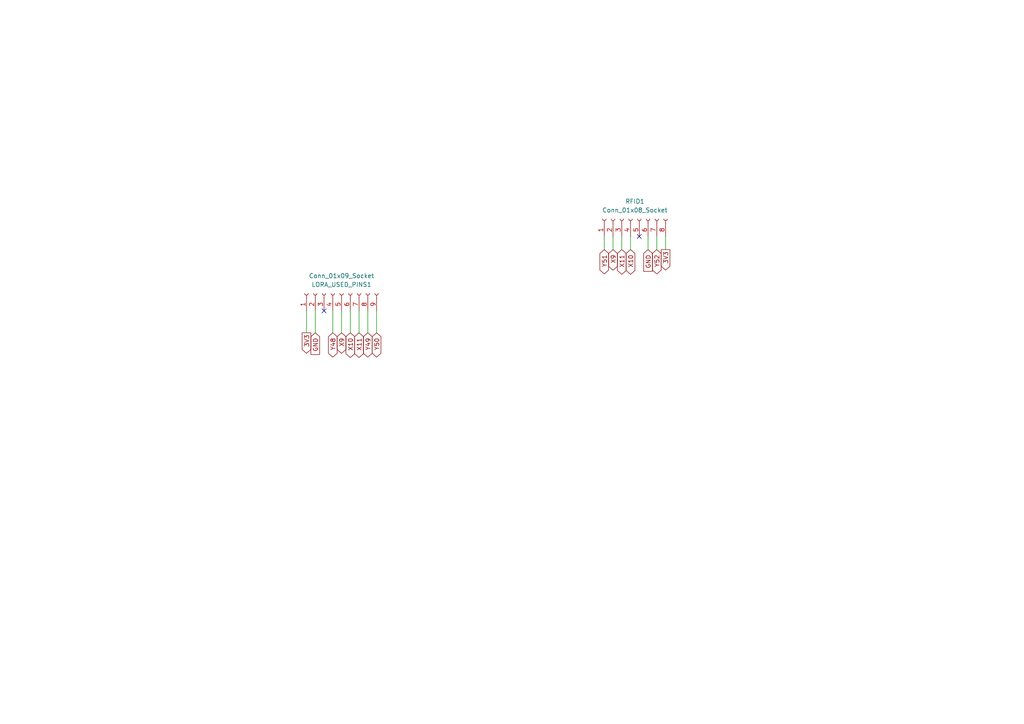
<source format=kicad_sch>
(kicad_sch (version 20231120) (generator "eeschema") (generator_version "8.0")
  (paper "A4")
  (lib_symbols
    (symbol "Connector:Conn_01x08_Socket" (pin_names (offset 1.016) hide)
      (property "Reference" "J" (at 0 10.16 0))
      (property "Value" "Conn_01x08_Socket" (at 0 -12.7 0))
      (symbol "Conn_01x08_Socket_1_1"
        (arc (start 0 -9.652) (mid -0.5058 -10.16) (end 0 -10.668) (stroke (width 0.1524)))
        (arc (start 0 -7.112) (mid -0.5058 -7.62) (end 0 -8.128) (stroke (width 0.1524)))
        (arc (start 0 -4.572) (mid -0.5058 -5.08) (end 0 -5.588) (stroke (width 0.1524)))
        (arc (start 0 -2.032) (mid -0.5058 -2.54) (end 0 -3.048) (stroke (width 0.1524)))
        (polyline (pts (xy -1.27 -10.16) (xy -0.508 -10.16)) (stroke (width 0.1524)))
        (polyline (pts (xy -1.27 -7.62) (xy -0.508 -7.62)) (stroke (width 0.1524)))
        (polyline (pts (xy -1.27 -5.08) (xy -0.508 -5.08)) (stroke (width 0.1524)))
        (polyline (pts (xy -1.27 -2.54) (xy -0.508 -2.54)) (stroke (width 0.1524)))
        (polyline (pts (xy -1.27 0) (xy -0.508 0)) (stroke (width 0.1524)))
        (polyline (pts (xy -1.27 2.54) (xy -0.508 2.54)) (stroke (width 0.1524)))
        (polyline (pts (xy -1.27 5.08) (xy -0.508 5.08)) (stroke (width 0.1524)))
        (polyline (pts (xy -1.27 7.62) (xy -0.508 7.62)) (stroke (width 0.1524)))
        (arc (start 0 0.508) (mid -0.5058 0) (end 0 -0.508) (stroke (width 0.1524)))
        (arc (start 0 3.048) (mid -0.5058 2.54) (end 0 2.032) (stroke (width 0.1524)))
        (arc (start 0 5.588) (mid -0.5058 5.08) (end 0 4.572) (stroke (width 0.1524)))
        (arc (start 0 8.128) (mid -0.5058 7.62) (end 0 7.112) (stroke (width 0.1524)))
        (pin passive line (at -5.08 7.62 0) (length 3.81) (name "Pin_1") (number "1"))
        (pin passive line (at -5.08 5.08 0) (length 3.81) (name "Pin_2") (number "2"))
        (pin passive line (at -5.08 2.54 0) (length 3.81) (name "Pin_3") (number "3"))
        (pin passive line (at -5.08 0 0) (length 3.81) (name "Pin_4") (number "4"))
        (pin passive line (at -5.08 -2.54 0) (length 3.81) (name "Pin_5") (number "5"))
        (pin passive line (at -5.08 -5.08 0) (length 3.81) (name "Pin_6") (number "6"))
        (pin passive line (at -5.08 -7.62 0) (length 3.81) (name "Pin_7") (number "7"))
        (pin passive line (at -5.08 -10.16 0) (length 3.81) (name "Pin_8") (number "8"))
      )
    )
    (symbol "Connector:Conn_01x09_Socket" (pin_names (offset 1.016) hide)
      (property "Reference" "J" (at 0 12.7 0))
      (property "Value" "Conn_01x09_Socket" (at 0 -12.7 0))
      (symbol "Conn_01x09_Socket_1_1"
        (arc (start 0 -9.652) (mid -0.5058 -10.16) (end 0 -10.668) (stroke (width 0.1524)))
        (arc (start 0 -7.112) (mid -0.5058 -7.62) (end 0 -8.128) (stroke (width 0.1524)))
        (arc (start 0 -4.572) (mid -0.5058 -5.08) (end 0 -5.588) (stroke (width 0.1524)))
        (arc (start 0 -2.032) (mid -0.5058 -2.54) (end 0 -3.048) (stroke (width 0.1524)))
        (polyline (pts (xy -1.27 -10.16) (xy -0.508 -10.16)) (stroke (width 0.1524)))
        (polyline (pts (xy -1.27 -7.62) (xy -0.508 -7.62)) (stroke (width 0.1524)))
        (polyline (pts (xy -1.27 -5.08) (xy -0.508 -5.08)) (stroke (width 0.1524)))
        (polyline (pts (xy -1.27 -2.54) (xy -0.508 -2.54)) (stroke (width 0.1524)))
        (polyline (pts (xy -1.27 0) (xy -0.508 0)) (stroke (width 0.1524)))
        (polyline (pts (xy -1.27 2.54) (xy -0.508 2.54)) (stroke (width 0.1524)))
        (polyline (pts (xy -1.27 5.08) (xy -0.508 5.08)) (stroke (width 0.1524)))
        (polyline (pts (xy -1.27 7.62) (xy -0.508 7.62)) (stroke (width 0.1524)))
        (polyline (pts (xy -1.27 10.16) (xy -0.508 10.16)) (stroke (width 0.1524)))
        (arc (start 0 0.508) (mid -0.5058 0) (end 0 -0.508) (stroke (width 0.1524)))
        (arc (start 0 3.048) (mid -0.5058 2.54) (end 0 2.032) (stroke (width 0.1524)))
        (arc (start 0 5.588) (mid -0.5058 5.08) (end 0 4.572) (stroke (width 0.1524)))
        (arc (start 0 8.128) (mid -0.5058 7.62) (end 0 7.112) (stroke (width 0.1524)))
        (arc (start 0 10.668) (mid -0.5058 10.16) (end 0 9.652) (stroke (width 0.1524)))
        (pin passive line (at -5.08 10.16 0) (length 3.81) (name "Pin_1") (number "1"))
        (pin passive line (at -5.08 7.62 0) (length 3.81) (name "Pin_2") (number "2"))
        (pin passive line (at -5.08 5.08 0) (length 3.81) (name "Pin_3") (number "3"))
        (pin passive line (at -5.08 2.54 0) (length 3.81) (name "Pin_4") (number "4"))
        (pin passive line (at -5.08 0 0) (length 3.81) (name "Pin_5") (number "5"))
        (pin passive line (at -5.08 -2.54 0) (length 3.81) (name "Pin_6") (number "6"))
        (pin passive line (at -5.08 -5.08 0) (length 3.81) (name "Pin_7") (number "7"))
        (pin passive line (at -5.08 -7.62 0) (length 3.81) (name "Pin_8") (number "8"))
        (pin passive line (at -5.08 -10.16 0) (length 3.81) (name "Pin_9") (number "9"))
      )
    )
  )
  (no_connect (at 185.42 68.58))
  (no_connect (at 93.98 90.17))
  (wire (pts (xy 180.34 68.58) (xy 180.34 72.39)))
  (wire (pts (xy 96.52 90.17) (xy 96.52 96.52)))
  (wire (pts (xy 190.5 68.58) (xy 190.5 72.39)))
  (wire (pts (xy 99.06 90.17) (xy 99.06 96.52)))
  (wire (pts (xy 106.68 90.17) (xy 106.68 96.52)))
  (wire (pts (xy 177.8 68.58) (xy 177.8 72.39)))
  (wire (pts (xy 187.96 68.58) (xy 187.96 72.39)))
  (wire (pts (xy 88.9 90.17) (xy 88.9 96.52)))
  (wire (pts (xy 175.26 68.58) (xy 175.26 72.39)))
  (wire (pts (xy 109.22 90.17) (xy 109.22 96.52)))
  (wire (pts (xy 101.6 90.17) (xy 101.6 96.52)))
  (wire (pts (xy 91.44 90.17) (xy 91.44 96.52)))
  (wire (pts (xy 104.14 90.17) (xy 104.14 96.52)))
  (wire (pts (xy 182.88 68.58) (xy 182.88 72.39)))
  (wire (pts (xy 193.04 68.58) (xy 193.04 72.39)))
  (global_label "3V3" (shape output) (at 88.9 96.52 270) (property "Intersheetrefs" "${INTERSHEET_REFS}" (effects (hide yes))))
  (global_label "X11" (shape bidirectional) (at 104.14 96.52 270) (property "Intersheetrefs" "${INTERSHEET_REFS}" (effects (hide yes))))
  (global_label "Y50" (shape bidirectional) (at 109.22 96.52 270) (property "Intersheetrefs" "${INTERSHEET_REFS}" (effects (hide yes))))
  (global_label "X10" (shape bidirectional) (at 101.6 96.52 270) (property "Intersheetrefs" "${INTERSHEET_REFS}" (effects (hide yes))))
  (global_label "X9" (shape bidirectional) (at 99.06 96.52 270) (property "Intersheetrefs" "${INTERSHEET_REFS}" (effects (hide yes))))
  (global_label "Y51" (shape bidirectional) (at 175.26 72.39 270) (property "Intersheetrefs" "${INTERSHEET_REFS}" (effects (hide yes))))
  (global_label "GND" (shape input) (at 91.44 96.52 270) (property "Intersheetrefs" "${INTERSHEET_REFS}" (effects (hide yes))))
  (global_label "X9" (shape bidirectional) (at 177.8 72.39 270) (property "Intersheetrefs" "${INTERSHEET_REFS}" (effects (hide yes))))
  (global_label "Y48" (shape bidirectional) (at 96.52 96.52 270) (property "Intersheetrefs" "${INTERSHEET_REFS}" (effects (hide yes))))
  (global_label "Y52" (shape bidirectional) (at 190.5 72.39 270) (property "Intersheetrefs" "${INTERSHEET_REFS}" (effects (hide yes))))
  (global_label "X11" (shape bidirectional) (at 180.34 72.39 270) (property "Intersheetrefs" "${INTERSHEET_REFS}" (effects (hide yes))))
  (global_label "3V3" (shape output) (at 193.04 72.39 270) (property "Intersheetrefs" "${INTERSHEET_REFS}" (effects (hide yes))))
  (global_label "X10" (shape bidirectional) (at 182.88 72.39 270) (property "Intersheetrefs" "${INTERSHEET_REFS}" (effects (hide yes))))
  (global_label "Y49" (shape bidirectional) (at 106.68 96.52 270) (property "Intersheetrefs" "${INTERSHEET_REFS}" (effects (hide yes))))
  (global_label "GND" (shape input) (at 187.96 72.39 270) (property "Intersheetrefs" "${INTERSHEET_REFS}" (effects (hide yes))))
  (symbol (lib_id "Connector:Conn_01x09_Socket") (at 99.06 85.09 90) (unit 1)
    (property "Reference" "LORA_USED_PINS1" (at 99.06 82.55 90))
    (property "Value" "Conn_01x09_Socket" (at 99.06 80.01 90))
    (property "Footprint" "Connector_PinSocket_2.54mm:PinSocket_1x09_P2.54mm_Vertical_SMD_Pin1Left" (effects (hide yes)))
    (property "Description" "Generic connector, single row, 01x09, script generated" (effects (hide yes)))
  )
  (symbol (lib_id "Connector:Conn_01x08_Socket") (at 182.88 63.5 90) (unit 1)
    (property "Reference" "RFID1" (at 184.15 58.42 90))
    (property "Value" "Conn_01x08_Socket" (at 184.15 60.96 90))
    (property "Footprint" "Connector_PinSocket_2.54mm:PinSocket_1x08_P2.54mm_Vertical_SMD_Pin1Left" (effects (hide yes)))
    (property "Description" "Generic connector, single row, 01x08, script generated" (effects (hide yes)))
  )
)
</source>
